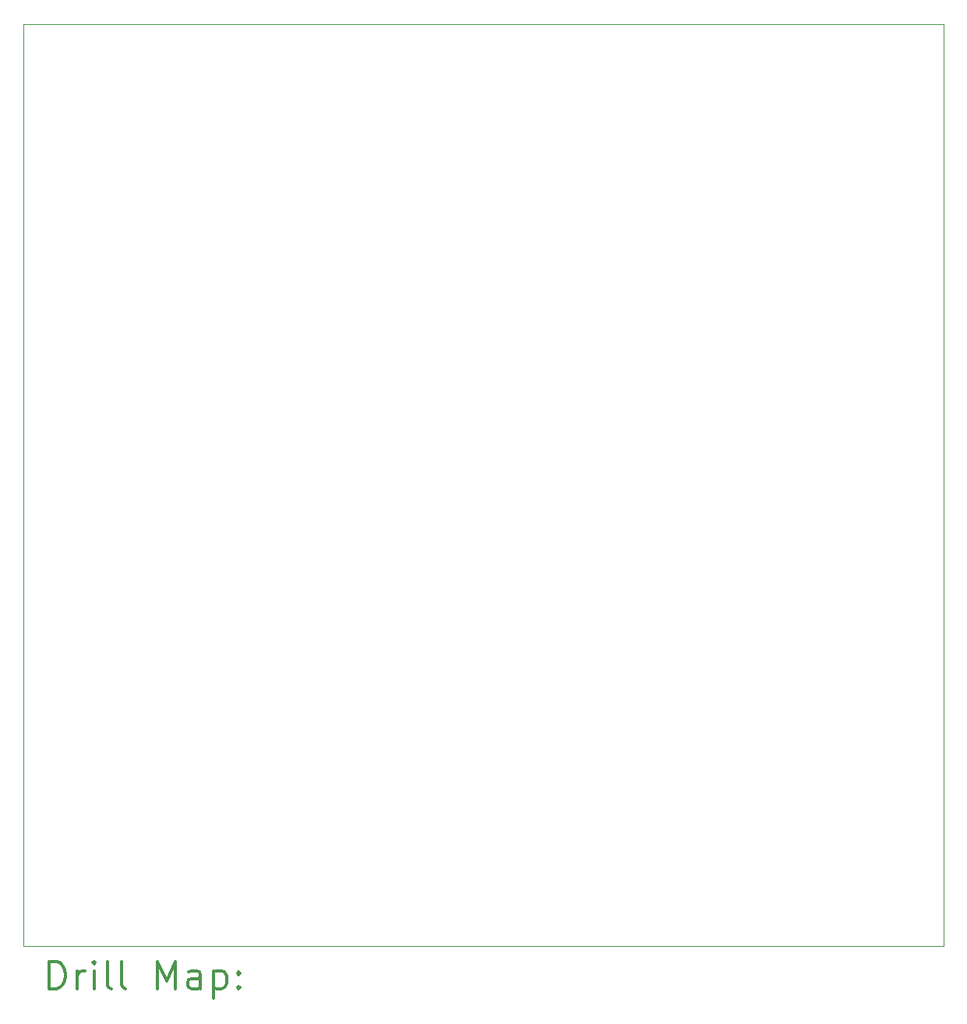
<source format=gbr>
%FSLAX45Y45*%
G04 Gerber Fmt 4.5, Leading zero omitted, Abs format (unit mm)*
G04 Created by KiCad (PCBNEW 5.1.8-5.1.8) date 2021-07-28 16:27:36*
%MOMM*%
%LPD*%
G01*
G04 APERTURE LIST*
%TA.AperFunction,Profile*%
%ADD10C,0.100000*%
%TD*%
%ADD11C,0.200000*%
%ADD12C,0.300000*%
G04 APERTURE END LIST*
D10*
X17384000Y-15489000D02*
X17384000Y-5489000D01*
X7384000Y-15489000D02*
X17384000Y-15489000D01*
X7384000Y-5489000D02*
X7384000Y-15489000D01*
X17384000Y-5489000D02*
X7384000Y-5489000D01*
D11*
D12*
X7665428Y-15959714D02*
X7665428Y-15659714D01*
X7736857Y-15659714D01*
X7779714Y-15674000D01*
X7808286Y-15702571D01*
X7822571Y-15731143D01*
X7836857Y-15788286D01*
X7836857Y-15831143D01*
X7822571Y-15888286D01*
X7808286Y-15916857D01*
X7779714Y-15945429D01*
X7736857Y-15959714D01*
X7665428Y-15959714D01*
X7965428Y-15959714D02*
X7965428Y-15759714D01*
X7965428Y-15816857D02*
X7979714Y-15788286D01*
X7994000Y-15774000D01*
X8022571Y-15759714D01*
X8051143Y-15759714D01*
X8151143Y-15959714D02*
X8151143Y-15759714D01*
X8151143Y-15659714D02*
X8136857Y-15674000D01*
X8151143Y-15688286D01*
X8165428Y-15674000D01*
X8151143Y-15659714D01*
X8151143Y-15688286D01*
X8336857Y-15959714D02*
X8308286Y-15945429D01*
X8294000Y-15916857D01*
X8294000Y-15659714D01*
X8494000Y-15959714D02*
X8465428Y-15945429D01*
X8451143Y-15916857D01*
X8451143Y-15659714D01*
X8836857Y-15959714D02*
X8836857Y-15659714D01*
X8936857Y-15874000D01*
X9036857Y-15659714D01*
X9036857Y-15959714D01*
X9308286Y-15959714D02*
X9308286Y-15802571D01*
X9294000Y-15774000D01*
X9265428Y-15759714D01*
X9208286Y-15759714D01*
X9179714Y-15774000D01*
X9308286Y-15945429D02*
X9279714Y-15959714D01*
X9208286Y-15959714D01*
X9179714Y-15945429D01*
X9165428Y-15916857D01*
X9165428Y-15888286D01*
X9179714Y-15859714D01*
X9208286Y-15845429D01*
X9279714Y-15845429D01*
X9308286Y-15831143D01*
X9451143Y-15759714D02*
X9451143Y-16059714D01*
X9451143Y-15774000D02*
X9479714Y-15759714D01*
X9536857Y-15759714D01*
X9565428Y-15774000D01*
X9579714Y-15788286D01*
X9594000Y-15816857D01*
X9594000Y-15902571D01*
X9579714Y-15931143D01*
X9565428Y-15945429D01*
X9536857Y-15959714D01*
X9479714Y-15959714D01*
X9451143Y-15945429D01*
X9722571Y-15931143D02*
X9736857Y-15945429D01*
X9722571Y-15959714D01*
X9708286Y-15945429D01*
X9722571Y-15931143D01*
X9722571Y-15959714D01*
X9722571Y-15774000D02*
X9736857Y-15788286D01*
X9722571Y-15802571D01*
X9708286Y-15788286D01*
X9722571Y-15774000D01*
X9722571Y-15802571D01*
M02*

</source>
